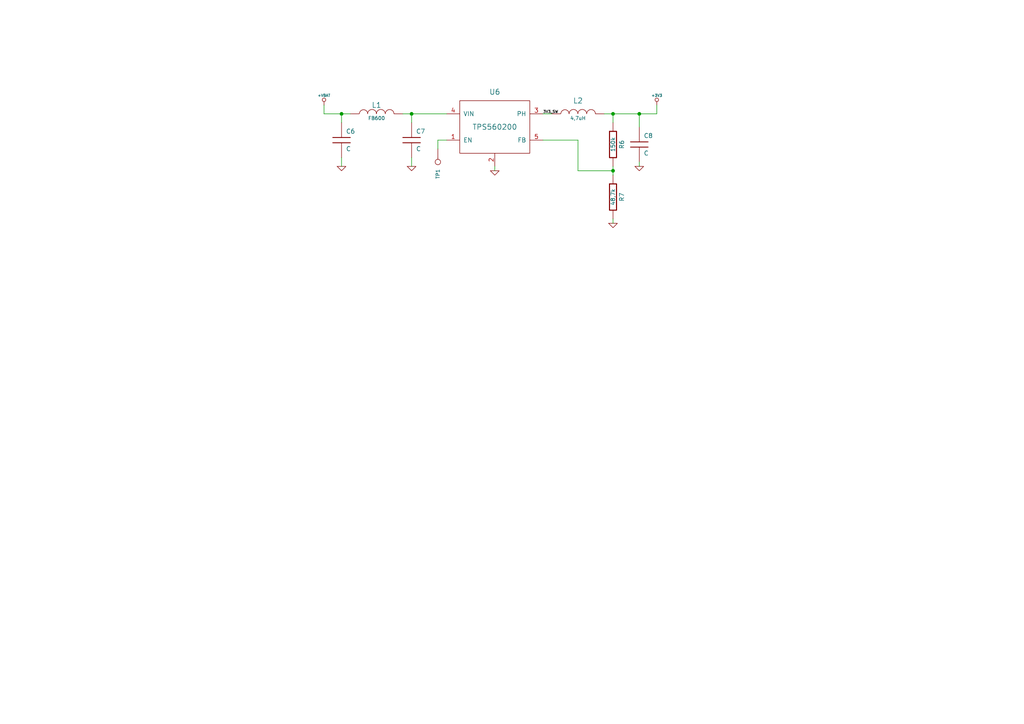
<source format=kicad_sch>
(kicad_sch (version 20211123) (generator eeschema)
  (paper "A4")
  (lib_symbols
    (symbol "carinsitu:+3V3" (power) (pin_names (offset 0))
      (property "Value" "+3V3" (at 0 2.794 0))
      (symbol "+3V3_0_0"
        (pin power_in line (at 0 0 90) (length 0) hide (name "+3V3") (number "1"))
      )
      (symbol "+3V3_0_1"
        (polyline (pts (xy 0 0) (xy 0 1.016) (xy 0 1.016)))
        (circle (center 0 1.524) (radius 0.508))
      )
    )
    (symbol "carinsitu:+VBAT" (power) (pin_names (offset 0))
      (property "Value" "+VBAT" (at 0 2.794 0))
      (symbol "+VBAT_0_0"
        (pin power_in line (at 0 0 90) (length 0) hide (name "+VBAT") (number "1"))
      )
      (symbol "+VBAT_0_1"
        (polyline (pts (xy 0 0) (xy 0 1.016) (xy 0 1.016)))
        (circle (center 0 1.524) (radius 0.508))
      )
    )
    (symbol "carinsitu:C" (pin_numbers hide) (pin_names (offset 0.254))
      (property "Reference" "C" (at 1.27 2.54 0))
      (property "Value" "C" (at 1.27 -2.54 0))
      (symbol "C_0_1"
        (polyline (pts (xy -2.54 -0.762) (xy 2.54 -0.762)) (stroke (width 0.254)))
        (polyline (pts (xy -2.54 0.762) (xy 2.54 0.762)) (stroke (width 0.254)))
      )
      (symbol "C_1_1"
        (pin passive line (at 0 5.08 270) (length 4.318) (name "~") (number "1"))
        (pin passive line (at 0 -5.08 90) (length 4.318) (name "~") (number "2"))
      )
    )
    (symbol "carinsitu:CONN_1" (pin_numbers hide) (pin_names (offset 0.762) hide)
      (property "Reference" "P" (at 2.032 0 0))
      (symbol "CONN_1_0_1"
        (polyline (pts (xy -0.762 0) (xy -1.27 0)))
        (circle (center 0 0) (radius 0.7874))
      )
      (symbol "CONN_1_1_1"
        (pin passive line (at -3.81 0 0) (length 2.54) (name "1") (number "1"))
      )
    )
    (symbol "carinsitu:GND" (power) (pin_names (offset 0))
      (symbol "GND_0_1"
        (polyline (pts (xy -1.27 0) (xy 0 -1.27) (xy 1.27 0) (xy -1.27 0)))
      )
      (symbol "GND_1_1"
        (pin power_in line (at 0 0 90) (length 0) hide (name "GND") (number "1"))
      )
    )
    (symbol "carinsitu:INDUCTOR" (pin_numbers hide) (pin_names (offset 1.016) hide)
      (property "Reference" "L" (at -1.27 0 90))
      (property "Value" "INDUCTOR" (at 2.54 0 90))
      (symbol "INDUCTOR_0_1"
        (arc (start 0.0254 -5.0546) (mid 1.2449 -3.8097) (end 0.0254 -2.54))
        (arc (start 0.0254 -2.5146) (mid 1.2703 -1.2444) (end 0.0254 0.0508))
        (arc (start 0.0254 0.0254) (mid 1.2703 1.2956) (end 0.0254 2.5908))
        (arc (start 0.0254 2.5654) (mid 1.1941 3.7595) (end 0.0254 4.9784))
      )
      (symbol "INDUCTOR_1_1"
        (pin passive line (at 0 7.62 270) (length 2.54) (name "1") (number "1"))
        (pin passive line (at 0 -7.62 90) (length 2.54) (name "2") (number "2"))
      )
    )
    (symbol "carinsitu:R" (pin_numbers hide) (pin_names (offset 0))
      (property "Reference" "R" (at 2.032 0 90))
      (property "Value" "R" (at 0 0 90))
      (symbol "R_0_1"
        (rectangle (start -1.016 3.81) (end 1.016 -3.81) (stroke (width 0.3048)))
      )
      (symbol "R_1_1"
        (pin passive line (at 0 6.35 270) (length 2.54) (name "~") (number "1"))
        (pin passive line (at 0 -6.35 90) (length 2.54) (name "~") (number "2"))
      )
    )
    (symbol "carinsitu:TPS560200" (pin_names (offset 1.016))
      (property "Reference" "U" (at 0 10.16 0))
      (property "Value" "TPS560200" (at 0 0 0))
      (symbol "TPS560200_0_1"
        (rectangle (start -10.16 -7.62) (end 10.16 7.62))
      )
      (symbol "TPS560200_1_1"
        (pin input line (at -13.97 -3.81 0) (length 3.81) (name "EN") (number "1"))
        (pin power_in line (at 0 -11.43 90) (length 3.81) (name "~") (number "2"))
        (pin power_out line (at 13.97 3.81 180) (length 3.81) (name "PH") (number "3"))
        (pin power_in line (at -13.97 3.81 0) (length 3.81) (name "VIN") (number "4"))
        (pin input line (at 13.97 -3.81 180) (length 3.81) (name "FB") (number "5"))
      )
    )
  )
  (junction (at 119.38 33.02))
  (junction (at 99.06 33.02))
  (junction (at 185.42 33.02))
  (junction (at 177.8 33.02))
  (junction (at 177.8 49.53))
  (wire (pts (xy 127 40.64) (xy 129.54 40.64)))
  (wire (pts (xy 93.98 30.48) (xy 93.98 33.02)))
  (wire (pts (xy 177.8 50.8) (xy 177.8 49.53)))
  (wire (pts (xy 177.8 33.02) (xy 185.42 33.02)))
  (wire (pts (xy 167.64 40.64) (xy 157.48 40.64)))
  (wire (pts (xy 185.42 48.26) (xy 185.42 46.99)))
  (wire (pts (xy 99.06 35.56) (xy 99.06 33.02)))
  (wire (pts (xy 119.38 48.26) (xy 119.38 45.72)))
  (wire (pts (xy 119.38 33.02) (xy 129.54 33.02)))
  (wire (pts (xy 177.8 49.53) (xy 177.8 48.26)))
  (wire (pts (xy 177.8 35.56) (xy 177.8 33.02)))
  (wire (pts (xy 116.84 33.02) (xy 119.38 33.02)))
  (wire (pts (xy 177.8 64.77) (xy 177.8 63.5)))
  (wire (pts (xy 127 43.18) (xy 127 40.64)))
  (wire (pts (xy 175.26 33.02) (xy 177.8 33.02)))
  (wire (pts (xy 157.48 33.02) (xy 160.02 33.02)))
  (wire (pts (xy 167.64 49.53) (xy 167.64 40.64)))
  (wire (pts (xy 143.51 49.53) (xy 143.51 48.26)))
  (wire (pts (xy 119.38 35.56) (xy 119.38 33.02)))
  (wire (pts (xy 93.98 33.02) (xy 99.06 33.02)))
  (wire (pts (xy 177.8 49.53) (xy 167.64 49.53)))
  (wire (pts (xy 99.06 33.02) (xy 101.6 33.02)))
  (wire (pts (xy 99.06 48.26) (xy 99.06 45.72)))
  (wire (pts (xy 185.42 33.02) (xy 190.5 33.02)))
  (wire (pts (xy 185.42 33.02) (xy 185.42 36.83)))
  (wire (pts (xy 190.5 33.02) (xy 190.5 30.48)))
  (label "3V3_SW" (at 157.48 33.02 0) (effects (font (size 0.762 0.762))))
  (symbol (lib_id "carinsitu:TPS560200") (at 143.51 36.83 0) (unit 1)
    (property "Reference" "U6" (at 143.51 26.67 0) (effects (font (size 1.524 1.524))))
    (property "Value" "TPS560200" (at 143.51 36.83 0) (effects (font (size 1.524 1.524))))
    (property "Footprint" "carinsitu:SOT23-5" (effects hide))
  )
  (symbol (lib_id "carinsitu:CONN_1") (at 127 46.99 270) (unit 1)
    (property "Reference" "TP1" (at 127 49.022 0) (effects (font (size 1.016 1.016)) (justify left)))
    (property "Value" "CONN_1" (effects hide))
    (property "Footprint" "carinsitu:TP_SMD" (effects hide))
  )
  (symbol (lib_id "carinsitu:GND") (at 143.51 49.53 0) (unit 1)
    (property "Reference" "#PWR066" (effects hide))
    (property "Value" "GND" (effects hide))
  )
  (symbol (lib_id "carinsitu:C") (at 119.38 40.64 0) (unit 1)
    (property "Reference" "C7" (at 120.65 38.1 0) (effects (justify left)))
    (property "Value" "C" (at 120.65 43.18 0) (effects (justify left)))
    (property "Footprint" "carinsitu:SMD0805" (effects hide))
  )
  (symbol (lib_id "carinsitu:GND") (at 119.38 48.26 0) (unit 1)
    (property "Reference" "#PWR067" (effects hide))
    (property "Value" "GND" (effects hide))
  )
  (symbol (lib_id "carinsitu:+VBAT") (at 93.98 30.48 0) (unit 1)
    (property "Reference" "#PWR068" (effects hide))
    (property "Value" "+VBAT" (at 93.98 27.686 0) (effects (font (size 0.762 0.762))))
  )
  (symbol (lib_id "carinsitu:C") (at 99.06 40.64 0) (unit 1)
    (property "Reference" "C6" (at 100.33 38.1 0) (effects (justify left)))
    (property "Value" "C" (at 100.33 43.18 0) (effects (justify left)))
    (property "Footprint" "carinsitu:SMD0805" (effects hide))
  )
  (symbol (lib_id "carinsitu:GND") (at 99.06 48.26 0) (unit 1)
    (property "Reference" "#PWR069" (effects hide))
    (property "Value" "GND" (effects hide))
  )
  (symbol (lib_id "carinsitu:INDUCTOR") (at 109.22 33.02 90) (unit 1)
    (property "Reference" "L1" (at 109.22 30.48 90) (effects (font (size 1.524 1.524))))
    (property "Value" "FB600" (at 109.22 34.29 90) (effects (font (size 1.016 1.016))))
    (property "Footprint" "carinsitu:SMD0805" (effects hide))
  )
  (symbol (lib_id "carinsitu:INDUCTOR") (at 167.64 33.02 90) (unit 1)
    (property "Reference" "L2" (at 167.64 29.21 90) (effects (font (size 1.524 1.524))))
    (property "Value" "4,7uH" (at 167.64 34.29 90) (effects (font (size 1.016 1.016))))
    (property "Footprint" "carinsitu:I_TYS4012" (effects hide))
  )
  (symbol (lib_id "carinsitu:R") (at 177.8 41.91 0) (unit 1)
    (property "Reference" "R6" (at 180.34 41.91 90))
    (property "Value" "150k" (at 177.8 41.91 90) (effects (font (size 1.143 1.143))))
    (property "Footprint" "carinsitu:SMD0603" (effects hide))
  )
  (symbol (lib_id "carinsitu:R") (at 177.8 57.15 0) (unit 1)
    (property "Reference" "R7" (at 180.34 57.15 90))
    (property "Value" "48,7k" (at 177.8 57.15 90) (effects (font (size 1.143 1.143))))
    (property "Footprint" "carinsitu:SMD0603" (effects hide))
  )
  (symbol (lib_id "carinsitu:GND") (at 177.8 64.77 0) (unit 1)
    (property "Reference" "#PWR070" (effects hide))
    (property "Value" "GND" (effects hide))
  )
  (symbol (lib_id "carinsitu:C") (at 185.42 41.91 0) (unit 1)
    (property "Reference" "C8" (at 186.69 39.37 0) (effects (justify left)))
    (property "Value" "C" (at 186.69 44.45 0) (effects (justify left)))
    (property "Footprint" "carinsitu:SMD1210" (effects hide))
  )
  (symbol (lib_id "carinsitu:GND") (at 185.42 48.26 0) (unit 1)
    (property "Reference" "#PWR071" (effects hide))
    (property "Value" "GND" (effects hide))
  )
  (symbol (lib_id "carinsitu:+3V3") (at 190.5 30.48 0) (unit 1)
    (property "Reference" "#PWR072" (effects hide))
    (property "Value" "+3V3" (at 190.5 27.686 0) (effects (font (size 0.762 0.762))))
  )
)
</source>
